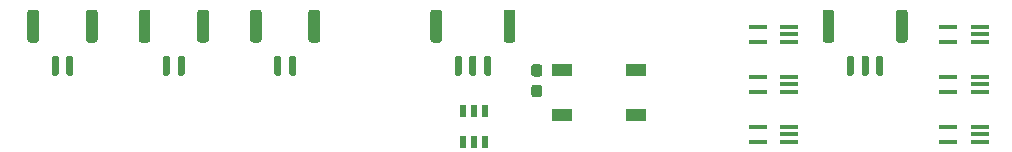
<source format=gbr>
%TF.GenerationSoftware,KiCad,Pcbnew,(5.1.6)-1*%
%TF.CreationDate,2020-11-09T21:23:30-05:00*%
%TF.ProjectId,CellLight,43656c6c-4c69-4676-9874-2e6b69636164,rev?*%
%TF.SameCoordinates,Original*%
%TF.FileFunction,Paste,Bot*%
%TF.FilePolarity,Positive*%
%FSLAX46Y46*%
G04 Gerber Fmt 4.6, Leading zero omitted, Abs format (unit mm)*
G04 Created by KiCad (PCBNEW (5.1.6)-1) date 2020-11-09 21:23:30*
%MOMM*%
%LPD*%
G01*
G04 APERTURE LIST*
%ADD10R,1.700000X1.000000*%
%ADD11R,0.550000X1.000000*%
%ADD12R,1.500000X0.400000*%
G04 APERTURE END LIST*
%TO.C,J6*%
G36*
G01*
X156850000Y-131250000D02*
X156850000Y-132650000D01*
G75*
G02*
X156700000Y-132800000I-150000J0D01*
G01*
X156400000Y-132800000D01*
G75*
G02*
X156250000Y-132650000I0J150000D01*
G01*
X156250000Y-131250000D01*
G75*
G02*
X156400000Y-131100000I150000J0D01*
G01*
X156700000Y-131100000D01*
G75*
G02*
X156850000Y-131250000I0J-150000D01*
G01*
G37*
G36*
G01*
X155600000Y-131250000D02*
X155600000Y-132650000D01*
G75*
G02*
X155450000Y-132800000I-150000J0D01*
G01*
X155150000Y-132800000D01*
G75*
G02*
X155000000Y-132650000I0J150000D01*
G01*
X155000000Y-131250000D01*
G75*
G02*
X155150000Y-131100000I150000J0D01*
G01*
X155450000Y-131100000D01*
G75*
G02*
X155600000Y-131250000I0J-150000D01*
G01*
G37*
G36*
G01*
X154350000Y-131250000D02*
X154350000Y-132650000D01*
G75*
G02*
X154200000Y-132800000I-150000J0D01*
G01*
X153900000Y-132800000D01*
G75*
G02*
X153750000Y-132650000I0J150000D01*
G01*
X153750000Y-131250000D01*
G75*
G02*
X153900000Y-131100000I150000J0D01*
G01*
X154200000Y-131100000D01*
G75*
G02*
X154350000Y-131250000I0J-150000D01*
G01*
G37*
G36*
G01*
X158900000Y-127450000D02*
X158900000Y-129750000D01*
G75*
G02*
X158650000Y-130000000I-250000J0D01*
G01*
X158150000Y-130000000D01*
G75*
G02*
X157900000Y-129750000I0J250000D01*
G01*
X157900000Y-127450000D01*
G75*
G02*
X158150000Y-127200000I250000J0D01*
G01*
X158650000Y-127200000D01*
G75*
G02*
X158900000Y-127450000I0J-250000D01*
G01*
G37*
G36*
G01*
X152700000Y-127450000D02*
X152700000Y-129750000D01*
G75*
G02*
X152450000Y-130000000I-250000J0D01*
G01*
X151950000Y-130000000D01*
G75*
G02*
X151700000Y-129750000I0J250000D01*
G01*
X151700000Y-127450000D01*
G75*
G02*
X151950000Y-127200000I250000J0D01*
G01*
X152450000Y-127200000D01*
G75*
G02*
X152700000Y-127450000I0J-250000D01*
G01*
G37*
%TD*%
D10*
%TO.C,SW1*%
X169100000Y-132300000D03*
X162800000Y-132300000D03*
X169100000Y-136100000D03*
X162800000Y-136100000D03*
%TD*%
D11*
%TO.C,U1*%
X154450000Y-138450000D03*
X155400000Y-138450000D03*
X156350000Y-138450000D03*
X154450000Y-135750000D03*
X155400000Y-135750000D03*
X156350000Y-135750000D03*
%TD*%
%TO.C,J5*%
G36*
G01*
X190050000Y-131250000D02*
X190050000Y-132650000D01*
G75*
G02*
X189900000Y-132800000I-150000J0D01*
G01*
X189600000Y-132800000D01*
G75*
G02*
X189450000Y-132650000I0J150000D01*
G01*
X189450000Y-131250000D01*
G75*
G02*
X189600000Y-131100000I150000J0D01*
G01*
X189900000Y-131100000D01*
G75*
G02*
X190050000Y-131250000I0J-150000D01*
G01*
G37*
G36*
G01*
X188800000Y-131250000D02*
X188800000Y-132650000D01*
G75*
G02*
X188650000Y-132800000I-150000J0D01*
G01*
X188350000Y-132800000D01*
G75*
G02*
X188200000Y-132650000I0J150000D01*
G01*
X188200000Y-131250000D01*
G75*
G02*
X188350000Y-131100000I150000J0D01*
G01*
X188650000Y-131100000D01*
G75*
G02*
X188800000Y-131250000I0J-150000D01*
G01*
G37*
G36*
G01*
X187550000Y-131250000D02*
X187550000Y-132650000D01*
G75*
G02*
X187400000Y-132800000I-150000J0D01*
G01*
X187100000Y-132800000D01*
G75*
G02*
X186950000Y-132650000I0J150000D01*
G01*
X186950000Y-131250000D01*
G75*
G02*
X187100000Y-131100000I150000J0D01*
G01*
X187400000Y-131100000D01*
G75*
G02*
X187550000Y-131250000I0J-150000D01*
G01*
G37*
G36*
G01*
X192100000Y-127450000D02*
X192100000Y-129750000D01*
G75*
G02*
X191850000Y-130000000I-250000J0D01*
G01*
X191350000Y-130000000D01*
G75*
G02*
X191100000Y-129750000I0J250000D01*
G01*
X191100000Y-127450000D01*
G75*
G02*
X191350000Y-127200000I250000J0D01*
G01*
X191850000Y-127200000D01*
G75*
G02*
X192100000Y-127450000I0J-250000D01*
G01*
G37*
G36*
G01*
X185900000Y-127450000D02*
X185900000Y-129750000D01*
G75*
G02*
X185650000Y-130000000I-250000J0D01*
G01*
X185150000Y-130000000D01*
G75*
G02*
X184900000Y-129750000I0J250000D01*
G01*
X184900000Y-127450000D01*
G75*
G02*
X185150000Y-127200000I250000J0D01*
G01*
X185650000Y-127200000D01*
G75*
G02*
X185900000Y-127450000I0J-250000D01*
G01*
G37*
%TD*%
%TO.C,J4*%
G36*
G01*
X121475000Y-131250000D02*
X121475000Y-132650000D01*
G75*
G02*
X121325000Y-132800000I-150000J0D01*
G01*
X121025000Y-132800000D01*
G75*
G02*
X120875000Y-132650000I0J150000D01*
G01*
X120875000Y-131250000D01*
G75*
G02*
X121025000Y-131100000I150000J0D01*
G01*
X121325000Y-131100000D01*
G75*
G02*
X121475000Y-131250000I0J-150000D01*
G01*
G37*
G36*
G01*
X120225000Y-131250000D02*
X120225000Y-132650000D01*
G75*
G02*
X120075000Y-132800000I-150000J0D01*
G01*
X119775000Y-132800000D01*
G75*
G02*
X119625000Y-132650000I0J150000D01*
G01*
X119625000Y-131250000D01*
G75*
G02*
X119775000Y-131100000I150000J0D01*
G01*
X120075000Y-131100000D01*
G75*
G02*
X120225000Y-131250000I0J-150000D01*
G01*
G37*
G36*
G01*
X123525000Y-127450000D02*
X123525000Y-129750000D01*
G75*
G02*
X123275000Y-130000000I-250000J0D01*
G01*
X122775000Y-130000000D01*
G75*
G02*
X122525000Y-129750000I0J250000D01*
G01*
X122525000Y-127450000D01*
G75*
G02*
X122775000Y-127200000I250000J0D01*
G01*
X123275000Y-127200000D01*
G75*
G02*
X123525000Y-127450000I0J-250000D01*
G01*
G37*
G36*
G01*
X118575000Y-127450000D02*
X118575000Y-129750000D01*
G75*
G02*
X118325000Y-130000000I-250000J0D01*
G01*
X117825000Y-130000000D01*
G75*
G02*
X117575000Y-129750000I0J250000D01*
G01*
X117575000Y-127450000D01*
G75*
G02*
X117825000Y-127200000I250000J0D01*
G01*
X118325000Y-127200000D01*
G75*
G02*
X118575000Y-127450000I0J-250000D01*
G01*
G37*
%TD*%
%TO.C,J3*%
G36*
G01*
X130900000Y-131250000D02*
X130900000Y-132650000D01*
G75*
G02*
X130750000Y-132800000I-150000J0D01*
G01*
X130450000Y-132800000D01*
G75*
G02*
X130300000Y-132650000I0J150000D01*
G01*
X130300000Y-131250000D01*
G75*
G02*
X130450000Y-131100000I150000J0D01*
G01*
X130750000Y-131100000D01*
G75*
G02*
X130900000Y-131250000I0J-150000D01*
G01*
G37*
G36*
G01*
X129650000Y-131250000D02*
X129650000Y-132650000D01*
G75*
G02*
X129500000Y-132800000I-150000J0D01*
G01*
X129200000Y-132800000D01*
G75*
G02*
X129050000Y-132650000I0J150000D01*
G01*
X129050000Y-131250000D01*
G75*
G02*
X129200000Y-131100000I150000J0D01*
G01*
X129500000Y-131100000D01*
G75*
G02*
X129650000Y-131250000I0J-150000D01*
G01*
G37*
G36*
G01*
X132950000Y-127450000D02*
X132950000Y-129750000D01*
G75*
G02*
X132700000Y-130000000I-250000J0D01*
G01*
X132200000Y-130000000D01*
G75*
G02*
X131950000Y-129750000I0J250000D01*
G01*
X131950000Y-127450000D01*
G75*
G02*
X132200000Y-127200000I250000J0D01*
G01*
X132700000Y-127200000D01*
G75*
G02*
X132950000Y-127450000I0J-250000D01*
G01*
G37*
G36*
G01*
X128000000Y-127450000D02*
X128000000Y-129750000D01*
G75*
G02*
X127750000Y-130000000I-250000J0D01*
G01*
X127250000Y-130000000D01*
G75*
G02*
X127000000Y-129750000I0J250000D01*
G01*
X127000000Y-127450000D01*
G75*
G02*
X127250000Y-127200000I250000J0D01*
G01*
X127750000Y-127200000D01*
G75*
G02*
X128000000Y-127450000I0J-250000D01*
G01*
G37*
%TD*%
%TO.C,J2*%
G36*
G01*
X140325000Y-131250000D02*
X140325000Y-132650000D01*
G75*
G02*
X140175000Y-132800000I-150000J0D01*
G01*
X139875000Y-132800000D01*
G75*
G02*
X139725000Y-132650000I0J150000D01*
G01*
X139725000Y-131250000D01*
G75*
G02*
X139875000Y-131100000I150000J0D01*
G01*
X140175000Y-131100000D01*
G75*
G02*
X140325000Y-131250000I0J-150000D01*
G01*
G37*
G36*
G01*
X139075000Y-131250000D02*
X139075000Y-132650000D01*
G75*
G02*
X138925000Y-132800000I-150000J0D01*
G01*
X138625000Y-132800000D01*
G75*
G02*
X138475000Y-132650000I0J150000D01*
G01*
X138475000Y-131250000D01*
G75*
G02*
X138625000Y-131100000I150000J0D01*
G01*
X138925000Y-131100000D01*
G75*
G02*
X139075000Y-131250000I0J-150000D01*
G01*
G37*
G36*
G01*
X142375000Y-127450000D02*
X142375000Y-129750000D01*
G75*
G02*
X142125000Y-130000000I-250000J0D01*
G01*
X141625000Y-130000000D01*
G75*
G02*
X141375000Y-129750000I0J250000D01*
G01*
X141375000Y-127450000D01*
G75*
G02*
X141625000Y-127200000I250000J0D01*
G01*
X142125000Y-127200000D01*
G75*
G02*
X142375000Y-127450000I0J-250000D01*
G01*
G37*
G36*
G01*
X137425000Y-127450000D02*
X137425000Y-129750000D01*
G75*
G02*
X137175000Y-130000000I-250000J0D01*
G01*
X136675000Y-130000000D01*
G75*
G02*
X136425000Y-129750000I0J250000D01*
G01*
X136425000Y-127450000D01*
G75*
G02*
X136675000Y-127200000I250000J0D01*
G01*
X137175000Y-127200000D01*
G75*
G02*
X137425000Y-127450000I0J-250000D01*
G01*
G37*
%TD*%
D12*
%TO.C,U8*%
X179440000Y-128650000D03*
X179440000Y-129950000D03*
X182100000Y-129950000D03*
X182100000Y-129300000D03*
X182100000Y-128650000D03*
%TD*%
%TO.C,U7*%
X195540000Y-132875000D03*
X195540000Y-134175000D03*
X198200000Y-134175000D03*
X198200000Y-133525000D03*
X198200000Y-132875000D03*
%TD*%
%TO.C,U6*%
X179440000Y-132875000D03*
X179440000Y-134175000D03*
X182100000Y-134175000D03*
X182100000Y-133525000D03*
X182100000Y-132875000D03*
%TD*%
%TO.C,U5*%
X195540000Y-137100000D03*
X195540000Y-138400000D03*
X198200000Y-138400000D03*
X198200000Y-137750000D03*
X198200000Y-137100000D03*
%TD*%
%TO.C,U4*%
X179440000Y-137100000D03*
X179440000Y-138400000D03*
X182100000Y-138400000D03*
X182100000Y-137750000D03*
X182100000Y-137100000D03*
%TD*%
%TO.C,U3*%
X195540000Y-128650000D03*
X195540000Y-129950000D03*
X198200000Y-129950000D03*
X198200000Y-129300000D03*
X198200000Y-128650000D03*
%TD*%
%TO.C,R3*%
G36*
G01*
X160462500Y-131825000D02*
X160937500Y-131825000D01*
G75*
G02*
X161175000Y-132062500I0J-237500D01*
G01*
X161175000Y-132637500D01*
G75*
G02*
X160937500Y-132875000I-237500J0D01*
G01*
X160462500Y-132875000D01*
G75*
G02*
X160225000Y-132637500I0J237500D01*
G01*
X160225000Y-132062500D01*
G75*
G02*
X160462500Y-131825000I237500J0D01*
G01*
G37*
G36*
G01*
X160462500Y-133575000D02*
X160937500Y-133575000D01*
G75*
G02*
X161175000Y-133812500I0J-237500D01*
G01*
X161175000Y-134387500D01*
G75*
G02*
X160937500Y-134625000I-237500J0D01*
G01*
X160462500Y-134625000D01*
G75*
G02*
X160225000Y-134387500I0J237500D01*
G01*
X160225000Y-133812500D01*
G75*
G02*
X160462500Y-133575000I237500J0D01*
G01*
G37*
%TD*%
M02*

</source>
